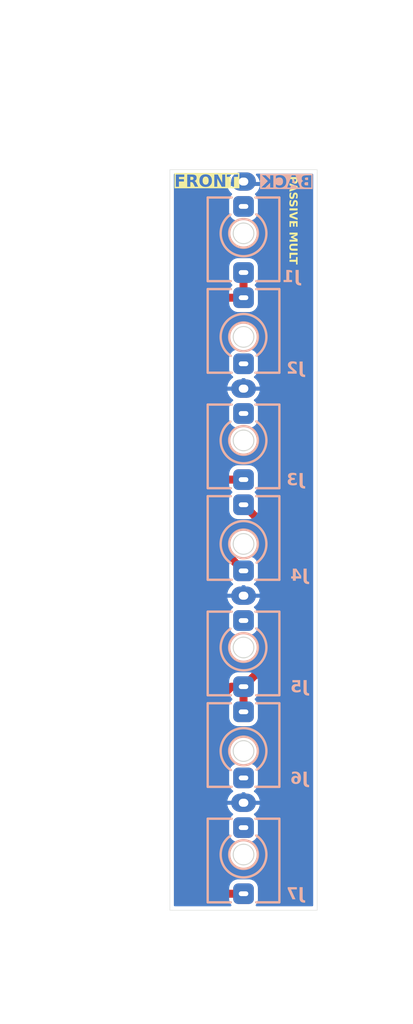
<source format=kicad_pcb>
(kicad_pcb (version 20240108) (generator "pcbnew") (generator_version "8.0")
  (layers (0 "F.Cu" signal) (31 "B.Cu" signal) (34 "B.Paste" user) (35 "F.Paste" user) (36 "B.SilkS" user "B.Silkscreen") (37 "F.SilkS" user "F.Silkscreen") (38 "B.Mask" user) (39 "F.Mask" user) (44 "Edge.Cuts" user))
  (net 0 "")
  (net 2 "Net-(J1-PadT)")
  (net 5 "Net-(J4-PadT)")
  (net 9 "GND")
  (footprint "BYOM_General:Jack_3.5mm_QingPu_WQP-PJ398SM_Vertical" (layer "B.Cu") (at 124.5 65.5)
    (property "Reference" "J1" (at 6 5.5 0) (layer "B.SilkS") (effects (font (size 1.5 1.5) (thickness 0.2) (bold yes)) (justify mirror)))
    (property "Value" "AudioJack2_SwitchT")
    (fp_line (start -4.5 6) (end -4.5 -4.5) (stroke (width 0.3)) (layer "B.SilkS"))
    (fp_line (start -1.6 6) (end -4.5 6) (stroke (width 0.3)) (layer "B.SilkS"))
    (fp_line (start -1.5 -4.5) (end -4.5 -4.5) (stroke (width 0.3)) (layer "B.SilkS"))
    (fp_line (start 4.5 -4.5) (end 1.5 -4.5) (stroke (width 0.3)) (layer "B.SilkS"))
    (fp_line (start 4.5 6) (end 1.6 6) (stroke (width 0.3)) (layer "B.SilkS"))
    (fp_line (start 4.5 6) (end 4.5 -4.5) (stroke (width 0.3)) (layer "B.SilkS"))
    (fp_arc (start 1.603971 -2.381653) (mid 0.027931 2.871274) (end -1.65 -2.349999) (stroke (width 0.3)) (layer "B.SilkS"))
    (fp_circle (center 0 0) (end -1.8 0) (stroke (width 0.3)) (fill none) (layer "B.SilkS"))
    (fp_circle (center 0 0) (end 1.3 0) (stroke (width 0.12)) (fill none) (layer "Edge.Cuts"))
    (pad "S" thru_hole oval (at 0 -6.5) (size 3.1 2.3) (drill oval 1.2 1) (layers "*.Cu" "*.Mask") (net 9 "GND"))
    (pad "T" thru_hole roundrect (at 0 4.92) (size 2.6 2.6) (drill oval 1.2 0.6) (layers "*.Cu" "*.Mask") (net 2 "Net-(J1-PadT)"))
    (pad "TN" thru_hole roundrect (at 0 -3.38) (size 2.6 2.6) (drill oval 1.2 0.6) (layers "*.Cu" "*.Mask"))
    (zone (net 0) (net_name "") (layers "B.Cu" "B.SilkS") (connect_pads (clearance 0)) (min_thickness 0.25)
      (keepout (tracks not_allowed) (vias not_allowed) (pads not_allowed) (copperpour not_allowed) (footprints not_allowed))
      (fill (thermal_gap 0.5) (thermal_bridge_width 0.5))
      (polygon (pts (xy 126 65.5) (xy 125.979542 65.746892) (xy 125.918726 65.987049) (xy 125.819211 66.213921) (xy 125.683711 66.421319) (xy 125.515922 66.603586) (xy 125.320422 66.75575) (xy 125.102543 66.87366) (xy 124.868228 66.9541) (xy 124.623869 66.994877) (xy 124.376131 66.994877) (xy 124.131772 66.9541) (xy 123.897457 66.87366) (xy 123.679578 66.75575) (xy 123.484078 66.603586) (xy 123.316289 66.421319) (xy 123.180789 66.213921) (xy 123.081274 65.987049) (xy 123.020458 65.746892) (xy 123 65.5) (xy 123.020458 65.253108) (xy 123.081274 65.012951) (xy 123.180789 64.786079) (xy 123.316289 64.578681) (xy 123.484078 64.396414) (xy 123.679578 64.24425) (xy 123.897457 64.12634) (xy 124.131772 64.0459) (xy 124.376131 64.005123) (xy 124.623869 64.005123) (xy 124.868228 64.0459) (xy 125.102543 64.12634) (xy 125.320422 64.24425) (xy 125.515922 64.396414) (xy 125.683711 64.578681) (xy 125.819211 64.786079) (xy 125.918726 65.012951) (xy 125.979542 65.253108)))
    )
  )
  (footprint "BYOM_General:Jack_3.5mm_QingPu_WQP-PJ398SM_Vertical" (layer "B.Cu") (at 124.5 104.5 180)
    (property "Reference" "J4" (at -7 -4 180) (layer "B.SilkS") (effects (font (size 1.5 1.5) (thickness 0.2) (bold yes)) (justify mirror)))
    (property "Value" "AudioJack2_SwitchT")
    (fp_line (start 4.5 6) (end 4.5 -4.5) (stroke (width 0.3)) (layer "B.SilkS"))
    (fp_line (start 4.5 6) (end 1.6 6) (stroke (width 0.3)) (layer "B.SilkS"))
    (fp_line (start 4.5 -4.5) (end 1.5 -4.5) (stroke (width 0.3)) (layer "B.SilkS"))
    (fp_line (start -1.5 -4.5) (end -4.5 -4.5) (stroke (width 0.3)) (layer "B.SilkS"))
    (fp_line (start -1.6 6) (end -4.5 6) (stroke (width 0.3)) (layer "B.SilkS"))
    (fp_line (start -4.5 6) (end -4.5 -4.5) (stroke (width 0.3)) (layer "B.SilkS"))
    (fp_arc (start 1.603971 -2.381653) (mid 0.027931 2.871274) (end -1.65 -2.349999) (stroke (width 0.3)) (layer "B.SilkS"))
    (fp_circle (center 0 0) (end -1.8 0) (stroke (width 0.3)) (fill none) (layer "B.SilkS"))
    (fp_circle (center 0 0) (end 1.3 0) (stroke (width 0.12)) (fill none) (layer "Edge.Cuts"))
    (pad "S" thru_hole oval (at 0 -6.5 180) (size 3.1 2.3) (drill oval 1.2 1) (layers "*.Cu" "*.Mask") (net 9 "GND"))
    (pad "T" thru_hole roundrect (at 0 4.92 180) (size 2.6 2.6) (drill oval 1.2 0.6) (layers "*.Cu" "*.Mask") (net 5 "Net-(J4-PadT)"))
    (pad "TN" thru_hole roundrect (at 0 -3.38 180) (size 2.6 2.6) (drill oval 1.2 0.6) (layers "*.Cu" "*.Mask") (net 2 "Net-(J1-PadT)"))
    (zone (net 0) (net_name "") (layers "B.Cu" "B.SilkS") (connect_pads (clearance 0)) (min_thickness 0.25)
      (keepout (tracks not_allowed) (vias not_allowed) (pads not_allowed) (copperpour not_allowed) (footprints not_allowed))
      (fill (thermal_gap 0.5) (thermal_bridge_width 0.5))
      (polygon (pts (xy 123 104.5) (xy 123.020458 104.253108) (xy 123.081274 104.012951) (xy 123.180789 103.786079) (xy 123.316289 103.578681) (xy 123.484078 103.396414) (xy 123.679578 103.24425) (xy 123.897457 103.12634) (xy 124.131772 103.0459) (xy 124.376131 103.005123) (xy 124.623869 103.005123) (xy 124.868228 103.0459) (xy 125.102543 103.12634) (xy 125.320422 103.24425) (xy 125.515922 103.396414) (xy 125.683711 103.578681) (xy 125.819211 103.786079) (xy 125.918726 104.012951) (xy 125.979542 104.253108) (xy 126 104.5) (xy 125.979542 104.746892) (xy 125.918726 104.987049) (xy 125.819211 105.213921) (xy 125.683711 105.421319) (xy 125.515922 105.603586) (xy 125.320422 105.75575) (xy 125.102543 105.87366) (xy 124.868228 105.9541) (xy 124.623869 105.994877) (xy 124.376131 105.994877) (xy 124.131772 105.9541) (xy 123.897457 105.87366) (xy 123.679578 105.75575) (xy 123.484078 105.603586) (xy 123.316289 105.421319) (xy 123.180789 105.213921) (xy 123.081274 104.987049) (xy 123.020458 104.746892)))
    )
  )
  (footprint "BYOM_General:Jack_3.5mm_QingPu_WQP-PJ398SM_Vertical" (layer "B.Cu") (at 124.5 130.5 180)
    (property "Reference" "J6" (at -7 -3.5 180) (layer "B.SilkS") (effects (font (size 1.5 1.5) (thickness 0.2) (bold yes)) (justify mirror)))
    (property "Value" "AudioJack2_SwitchT")
    (fp_line (start 4.5 6) (end 4.5 -4.5) (stroke (width 0.3)) (layer "B.SilkS"))
    (fp_line (start 4.5 6) (end 1.6 6) (stroke (width 0.3)) (layer "B.SilkS"))
    (fp_line (start 4.5 -4.5) (end 1.5 -4.5) (stroke (width 0.3)) (layer "B.SilkS"))
    (fp_line (start -1.5 -4.5) (end -4.5 -4.5) (stroke (width 0.3)) (layer "B.SilkS"))
    (fp_line (start -1.6 6) (end -4.5 6) (stroke (width 0.3)) (layer "B.SilkS"))
    (fp_line (start -4.5 6) (end -4.5 -4.5) (stroke (width 0.3)) (layer "B.SilkS"))
    (fp_arc (start 1.603971 -2.381653) (mid 0.027931 2.871274) (end -1.65 -2.349999) (stroke (width 0.3)) (layer "B.SilkS"))
    (fp_circle (center 0 0) (end -1.8 0) (stroke (width 0.3)) (fill none) (layer "B.SilkS"))
    (fp_circle (center 0 0) (end 1.3 0) (stroke (width 0.12)) (fill none) (layer "Edge.Cuts"))
    (pad "S" thru_hole oval (at 0 -6.5 180) (size 3.1 2.3) (drill oval 1.2 1) (layers "*.Cu" "*.Mask") (net 9 "GND"))
    (pad "T" thru_hole roundrect (at 0 4.92 180) (size 2.6 2.6) (drill oval 1.2 0.6) (layers "*.Cu" "*.Mask") (net 5 "Net-(J4-PadT)"))
    (pad "TN" thru_hole roundrect (at 0 -3.38 180) (size 2.6 2.6) (drill oval 1.2 0.6) (layers "*.Cu" "*.Mask"))
    (zone (net 0) (net_name "") (layers "B.Cu" "B.SilkS") (connect_pads (clearance 0)) (min_thickness 0.25)
      (keepout (tracks not_allowed) (vias not_allowed) (pads not_allowed) (copperpour not_allowed) (footprints not_allowed))
      (fill (thermal_gap 0.5) (thermal_bridge_width 0.5))
      (polygon (pts (xy 123 130.5) (xy 123.020458 130.253108) (xy 123.081274 130.012951) (xy 123.180789 129.786079) (xy 123.316289 129.578681) (xy 123.484078 129.396414) (xy 123.679578 129.24425) (xy 123.897457 129.12634) (xy 124.131772 129.0459) (xy 124.376131 129.005123) (xy 124.623869 129.005123) (xy 124.868228 129.0459) (xy 125.102543 129.12634) (xy 125.320422 129.24425) (xy 125.515922 129.396414) (xy 125.683711 129.578681) (xy 125.819211 129.786079) (xy 125.918726 130.012951) (xy 125.979542 130.253108) (xy 126 130.5) (xy 125.979542 130.746892) (xy 125.918726 130.987049) (xy 125.819211 131.213921) (xy 125.683711 131.421319) (xy 125.515922 131.603586) (xy 125.320422 131.75575) (xy 125.102543 131.87366) (xy 124.868228 131.9541) (xy 124.623869 131.994877) (xy 124.376131 131.994877) (xy 124.131772 131.9541) (xy 123.897457 131.87366) (xy 123.679578 131.75575) (xy 123.484078 131.603586) (xy 123.316289 131.421319) (xy 123.180789 131.213921) (xy 123.081274 130.987049) (xy 123.020458 130.746892)))
    )
  )
  (footprint "BYOM_General:Jack_3.5mm_QingPu_WQP-PJ398SM_Vertical" (layer "B.Cu") (at 124.5 143.5)
    (property "Reference" "J7" (at 6.5 5 0) (layer "B.SilkS") (effects (font (size 1.5 1.5) (thickness 0.2) (bold yes)) (justify mirror)))
    (property "Value" "AudioJack2_SwitchT")
    (fp_line (start -4.5 6) (end -4.5 -4.5) (stroke (width 0.3)) (layer "B.SilkS"))
    (fp_line (start -1.6 6) (end -4.5 6) (stroke (width 0.3)) (layer "B.SilkS"))
    (fp_line (start -1.5 -4.5) (end -4.5 -4.5) (stroke (width 0.3)) (layer "B.SilkS"))
    (fp_line (start 4.5 -4.5) (end 1.5 -4.5) (stroke (width 0.3)) (layer "B.SilkS"))
    (fp_line (start 4.5 6) (end 1.6 6) (stroke (width 0.3)) (layer "B.SilkS"))
    (fp_line (start 4.5 6) (end 4.5 -4.5) (stroke (width 0.3)) (layer "B.SilkS"))
    (fp_arc (start 1.603971 -2.381653) (mid 0.027931 2.871274) (end -1.65 -2.349999) (stroke (width 0.3)) (layer "B.SilkS"))
    (fp_circle (center 0 0) (end -1.8 0) (stroke (width 0.3)) (fill none) (layer "B.SilkS"))
    (fp_circle (center 0 0) (end 1.3 0) (stroke (width 0.12)) (fill none) (layer "Edge.Cuts"))
    (pad "S" thru_hole oval (at 0 -6.5) (size 3.1 2.3) (drill oval 1.2 1) (layers "*.Cu" "*.Mask") (net 9 "GND"))
    (pad "T" thru_hole roundrect (at 0 4.92) (size 2.6 2.6) (drill oval 1.2 0.6) (layers "*.Cu" "*.Mask") (net 5 "Net-(J4-PadT)"))
    (pad "TN" thru_hole roundrect (at 0 -3.38) (size 2.6 2.6) (drill oval 1.2 0.6) (layers "*.Cu" "*.Mask"))
    (zone (net 0) (net_name "") (layers "B.Cu" "B.SilkS") (connect_pads (clearance 0)) (min_thickness 0.25)
      (keepout (tracks not_allowed) (vias not_allowed) (pads not_allowed) (copperpour not_allowed) (footprints not_allowed))
      (fill (thermal_gap 0.5) (thermal_bridge_width 0.5))
      (polygon (pts (xy 126 143.5) (xy 125.979542 143.746892) (xy 125.918726 143.987049) (xy 125.819211 144.213921) (xy 125.683711 144.421319) (xy 125.515922 144.603586) (xy 125.320422 144.75575) (xy 125.102543 144.87366) (xy 124.868228 144.9541) (xy 124.623869 144.994877) (xy 124.376131 144.994877) (xy 124.131772 144.9541) (xy 123.897457 144.87366) (xy 123.679578 144.75575) (xy 123.484078 144.603586) (xy 123.316289 144.421319) (xy 123.180789 144.213921) (xy 123.081274 143.987049) (xy 123.020458 143.746892) (xy 123 143.5) (xy 123.020458 143.253108) (xy 123.081274 143.012951) (xy 123.180789 142.786079) (xy 123.316289 142.578681) (xy 123.484078 142.396414) (xy 123.679578 142.24425) (xy 123.897457 142.12634) (xy 124.131772 142.0459) (xy 124.376131 142.005123) (xy 124.623869 142.005123) (xy 124.868228 142.0459) (xy 125.102543 142.12634) (xy 125.320422 142.24425) (xy 125.515922 142.396414) (xy 125.683711 142.578681) (xy 125.819211 142.786079) (xy 125.918726 143.012951) (xy 125.979542 143.253108)))
    )
  )
  (footprint "BYOM_General:Jack_3.5mm_QingPu_WQP-PJ398SM_Vertical" (layer "B.Cu") (at 124.5 91.5)
    (property "Reference" "J3" (at 6.5 5 0) (layer "B.SilkS") (effects (font (size 1.5 1.5) (thickness 0.2) (bold yes)) (justify mirror)))
    (property "Value" "AudioJack2_SwitchT")
    (fp_line (start -4.5 6) (end -4.5 -4.5) (stroke (width 0.3)) (layer "B.SilkS"))
    (fp_line (start -1.6 6) (end -4.5 6) (stroke (width 0.3)) (layer "B.SilkS"))
    (fp_line (start -1.5 -4.5) (end -4.5 -4.5) (stroke (width 0.3)) (layer "B.SilkS"))
    (fp_line (start 4.5 -4.5) (end 1.5 -4.5) (stroke (width 0.3)) (layer "B.SilkS"))
    (fp_line (start 4.5 6) (end 1.6 6) (stroke (width 0.3)) (layer "B.SilkS"))
    (fp_line (start 4.5 6) (end 4.5 -4.5) (stroke (width 0.3)) (layer "B.SilkS"))
    (fp_arc (start 1.603971 -2.381653) (mid 0.027931 2.871274) (end -1.65 -2.349999) (stroke (width 0.3)) (layer "B.SilkS"))
    (fp_circle (center 0 0) (end -1.8 0) (stroke (width 0.3)) (fill none) (layer "B.SilkS"))
    (fp_circle (center 0 0) (end 1.3 0) (stroke (width 0.12)) (fill none) (layer "Edge.Cuts"))
    (pad "S" thru_hole oval (at 0 -6.5) (size 3.1 2.3) (drill oval 1.2 1) (layers "*.Cu" "*.Mask") (net 9 "GND"))
    (pad "T" thru_hole roundrect (at 0 4.92) (size 2.6 2.6) (drill oval 1.2 0.6) (layers "*.Cu" "*.Mask") (net 2 "Net-(J1-PadT)"))
    (pad "TN" thru_hole roundrect (at 0 -3.38) (size 2.6 2.6) (drill oval 1.2 0.6) (layers "*.Cu" "*.Mask"))
    (zone (net 0) (net_name "") (layers "B.Cu" "B.SilkS") (connect_pads (clearance 0)) (min_thickness 0.25)
      (keepout (tracks not_allowed) (vias not_allowed) (pads not_allowed) (copperpour not_allowed) (footprints not_allowed))
      (fill (thermal_gap 0.5) (thermal_bridge_width 0.5))
      (polygon (pts (xy 126 91.5) (xy 125.979542 91.746892) (xy 125.918726 91.987049) (xy 125.819211 92.213921) (xy 125.683711 92.421319) (xy 125.515922 92.603586) (xy 125.320422 92.75575) (xy 125.102543 92.87366) (xy 124.868228 92.9541) (xy 124.623869 92.994877) (xy 124.376131 92.994877) (xy 124.131772 92.9541) (xy 123.897457 92.87366) (xy 123.679578 92.75575) (xy 123.484078 92.603586) (xy 123.316289 92.421319) (xy 123.180789 92.213921) (xy 123.081274 91.987049) (xy 123.020458 91.746892) (xy 123 91.5) (xy 123.020458 91.253108) (xy 123.081274 91.012951) (xy 123.180789 90.786079) (xy 123.316289 90.578681) (xy 123.484078 90.396414) (xy 123.679578 90.24425) (xy 123.897457 90.12634) (xy 124.131772 90.0459) (xy 124.376131 90.005123) (xy 124.623869 90.005123) (xy 124.868228 90.0459) (xy 125.102543 90.12634) (xy 125.320422 90.24425) (xy 125.515922 90.396414) (xy 125.683711 90.578681) (xy 125.819211 90.786079) (xy 125.918726 91.012951) (xy 125.979542 91.253108)))
    )
  )
  (footprint "BYOM_General:Jack_3.5mm_QingPu_WQP-PJ398SM_Vertical" (layer "B.Cu") (at 124.5 78.5 180)
    (property "Reference" "J2" (at -6.5 -4 180) (layer "B.SilkS") (effects (font (size 1.5 1.5) (thickness 0.2) (bold yes)) (justify mirror)))
    (property "Value" "AudioJack2_SwitchT")
    (fp_line (start 4.5 6) (end 4.5 -4.5) (stroke (width 0.3)) (layer "B.SilkS"))
    (fp_line (start 4.5 6) (end 1.6 6) (stroke (width 0.3)) (layer "B.SilkS"))
    (fp_line (start 4.5 -4.5) (end 1.5 -4.5) (stroke (width 0.3)) (layer "B.SilkS"))
    (fp_line (start -1.5 -4.5) (end -4.5 -4.5) (stroke (width 0.3)) (layer "B.SilkS"))
    (fp_line (start -1.6 6) (end -4.5 6) (stroke (width 0.3)) (layer "B.SilkS"))
    (fp_line (start -4.5 6) (end -4.5 -4.5) (stroke (width 0.3)) (layer "B.SilkS"))
    (fp_arc (start 1.603971 -2.381653) (mid 0.027931 2.871274) (end -1.65 -2.349999) (stroke (width 0.3)) (layer "B.SilkS"))
    (fp_circle (center 0 0) (end -1.8 0) (stroke (width 0.3)) (fill none) (layer "B.SilkS"))
    (fp_circle (center 0 0) (end 1.3 0) (stroke (width 0.12)) (fill none) (layer "Edge.Cuts"))
    (pad "S" thru_hole oval (at 0 -6.5 180) (size 3.1 2.3) (drill oval 1.2 1) (layers "*.Cu" "*.Mask") (net 9 "GND"))
    (pad "T" thru_hole roundrect (at 0 4.92 180) (size 2.6 2.6) (drill oval 1.2 0.6) (layers "*.Cu" "*.Mask") (net 2 "Net-(J1-PadT)"))
    (pad "TN" thru_hole roundrect (at 0 -3.38 180) (size 2.6 2.6) (drill oval 1.2 0.6) (layers "*.Cu" "*.Mask"))
    (zone (net 0) (net_name "") (layers "B.Cu" "B.SilkS") (connect_pads (clearance 0)) (min_thickness 0.25)
      (keepout (tracks not_allowed) (vias not_allowed) (pads not_allowed) (copperpour not_allowed) (footprints not_allowed))
      (fill (thermal_gap 0.5) (thermal_bridge_width 0.5))
      (polygon (pts (xy 123 78.5) (xy 123.020458 78.253108) (xy 123.081274 78.012951) (xy 123.180789 77.786079) (xy 123.316289 77.578681) (xy 123.484078 77.396414) (xy 123.679578 77.24425) (xy 123.897457 77.12634) (xy 124.131772 77.0459) (xy 124.376131 77.005123) (xy 124.623869 77.005123) (xy 124.868228 77.0459) (xy 125.102543 77.12634) (xy 125.320422 77.24425) (xy 125.515922 77.396414) (xy 125.683711 77.578681) (xy 125.819211 77.786079) (xy 125.918726 78.012951) (xy 125.979542 78.253108) (xy 126 78.5) (xy 125.979542 78.746892) (xy 125.918726 78.987049) (xy 125.819211 79.213921) (xy 125.683711 79.421319) (xy 125.515922 79.603586) (xy 125.320422 79.75575) (xy 125.102543 79.87366) (xy 124.868228 79.9541) (xy 124.623869 79.994877) (xy 124.376131 79.994877) (xy 124.131772 79.9541) (xy 123.897457 79.87366) (xy 123.679578 79.75575) (xy 123.484078 79.603586) (xy 123.316289 79.421319) (xy 123.180789 79.213921) (xy 123.081274 78.987049) (xy 123.020458 78.746892)))
    )
  )
  (footprint "BYOM_General:Jack_3.5mm_QingPu_WQP-PJ398SM_Vertical" (layer "B.Cu") (at 124.5 117.5)
    (property "Reference" "J5" (at 7 5 0) (layer "B.SilkS") (effects (font (size 1.5 1.5) (thickness 0.2) (bold yes)) (justify mirror)))
    (property "Value" "AudioJack2_SwitchT")
    (fp_line (start -4.5 6) (end -4.5 -4.5) (stroke (width 0.3)) (layer "B.SilkS"))
    (fp_line (start -1.6 6) (end -4.5 6) (stroke (width 0.3)) (layer "B.SilkS"))
    (fp_line (start -1.5 -4.5) (end -4.5 -4.5) (stroke (width 0.3)) (layer "B.SilkS"))
    (fp_line (start 4.5 -4.5) (end 1.5 -4.5) (stroke (width 0.3)) (layer "B.SilkS"))
    (fp_line (start 4.5 6) (end 1.6 6) (stroke (width 0.3)) (layer "B.SilkS"))
    (fp_line (start 4.5 6) (end 4.5 -4.5) (stroke (width 0.3)) (layer "B.SilkS"))
    (fp_arc (start 1.603971 -2.381653) (mid 0.027931 2.871274) (end -1.65 -2.349999) (stroke (width 0.3)) (layer "B.SilkS"))
    (fp_circle (center 0 0) (end -1.8 0) (stroke (width 0.3)) (fill none) (layer "B.SilkS"))
    (fp_circle (center 0 0) (end 1.3 0) (stroke (width 0.12)) (fill none) (layer "Edge.Cuts"))
    (pad "S" thru_hole oval (at 0 -6.5) (size 3.1 2.3) (drill oval 1.2 1) (layers "*.Cu" "*.Mask") (net 9 "GND"))
    (pad "T" thru_hole roundrect (at 0 4.92) (size 2.6 2.6) (drill oval 1.2 0.6) (layers "*.Cu" "*.Mask") (net 5 "Net-(J4-PadT)"))
    (pad "TN" thru_hole roundrect (at 0 -3.38) (size 2.6 2.6) (drill oval 1.2 0.6) (layers "*.Cu" "*.Mask"))
    (zone (net 0) (net_name "") (layers "B.Cu" "B.SilkS") (connect_pads (clearance 0)) (min_thickness 0.25)
      (keepout (tracks not_allowed) (vias not_allowed) (pads not_allowed) (copperpour not_allowed) (footprints not_allowed))
      (fill (thermal_gap 0.5) (thermal_bridge_width 0.5))
      (polygon (pts (xy 126 117.5) (xy 125.979542 117.746892) (xy 125.918726 117.987049) (xy 125.819211 118.213921) (xy 125.683711 118.421319) (xy 125.515922 118.603586) (xy 125.320422 118.75575) (xy 125.102543 118.87366) (xy 124.868228 118.9541) (xy 124.623869 118.994877) (xy 124.376131 118.994877) (xy 124.131772 118.9541) (xy 123.897457 118.87366) (xy 123.679578 118.75575) (xy 123.484078 118.603586) (xy 123.316289 118.421319) (xy 123.180789 118.213921) (xy 123.081274 117.987049) (xy 123.020458 117.746892) (xy 123 117.5) (xy 123.020458 117.253108) (xy 123.081274 117.012951) (xy 123.180789 116.786079) (xy 123.316289 116.578681) (xy 123.484078 116.396414) (xy 123.679578 116.24425) (xy 123.897457 116.12634) (xy 124.131772 116.0459) (xy 124.376131 116.005123) (xy 124.623869 116.005123) (xy 124.868228 116.0459) (xy 125.102543 116.12634) (xy 125.320422 116.24425) (xy 125.515922 116.396414) (xy 125.683711 116.578681) (xy 125.819211 116.786079) (xy 125.918726 117.012951) (xy 125.979542 117.253108)))
    )
  )
  (gr_rect (start 115.25 57.5) (end 133.75 150.5) (stroke (width 0.05)) (fill none) (layer "Edge.Cuts"))
  (gr_text "BACK" (at 133.2 60 0) (layer "B.SilkS" knockout) (effects (font (size 1.5 1.5) (thickness 0.3) (bold yes)) (justify left bottom mirror)))
  (gr_text "FRONT" (at 115.8 59.9 0) (layer "F.SilkS" knockout) (effects (font (size 1.5 1.5) (thickness 0.3) (bold yes)) (justify left bottom)))
  (gr_text "PASSIVE MULT" (at 130.1 58.3 -90) (layer "F.SilkS") (effects (font (size 1 1) (thickness 0.25) (bold yes)) (justify left bottom)))
  (segment (start 124.5 70.42) (end 124.5 73.58) (width 1) (layer "F.Cu") (net 2))
  (segment (start 119.5 76.5) (end 119.5 96.5) (width 1) (layer "F.Cu") (net 2))
  (segment (start 119.58 96.42) (end 119.58 102.96) (width 1) (layer "F.Cu") (net 2))
  (segment (start 119.58 96.42) (end 124.5 96.42) (width 1) (layer "F.Cu") (net 2))
  (segment (start 122.42 73.58) (end 119.5 76.5) (width 1) (layer "F.Cu") (net 2))
  (segment (start 124.5 73.58) (end 122.42 73.58) (width 1) (layer "F.Cu") (net 2))
  (segment (start 119.5 96.5) (end 119.58 96.42) (width 1) (layer "F.Cu") (net 2))
  (segment (start 119.58 102.96) (end 124.5 107.88) (width 1) (layer "F.Cu") (net 2))
  (segment (start 124.5 125.58) (end 124.5 122.42) (width 1) (layer "F.Cu") (net 5))
  (segment (start 121.5 148.5) (end 121.58 148.42) (width 1) (layer "F.Cu") (net 5))
  (segment (start 119.5 125.9) (end 119.5 146.5) (width 1) (layer "F.Cu") (net 5))
  (segment (start 127.5 119.42) (end 124.5 122.42) (width 1) (layer "F.Cu") (net 5))
  (segment (start 124.5 122.42) (end 122.98 122.42) (width 1) (layer "F.Cu") (net 5))
  (segment (start 119.5 146.5) (end 121.5 148.5) (width 1) (layer "F.Cu") (net 5))
  (segment (start 124.5 99.58) (end 127.5 102.58) (width 1) (layer "F.Cu") (net 5))
  (segment (start 121.58 148.42) (end 124.5 148.42) (width 1) (layer "F.Cu") (net 5))
  (segment (start 122.98 122.42) (end 119.5 125.9) (width 1) (layer "F.Cu") (net 5))
  (segment (start 127.5 102.58) (end 127.5 119.42) (width 1) (layer "F.Cu") (net 5))
  (zone (net 9) (net_name "GND") (layer "B.Cu") (connect_pads (clearance 0.5)) (min_thickness 0.25) (fill yes (thermal_gap 0.5) (thermal_bridge_width 0.5))
    (polygon (pts (xy 114 151) (xy 135 151) (xy 134.75 57) (xy 114.25 57)))
  )
)
</source>
